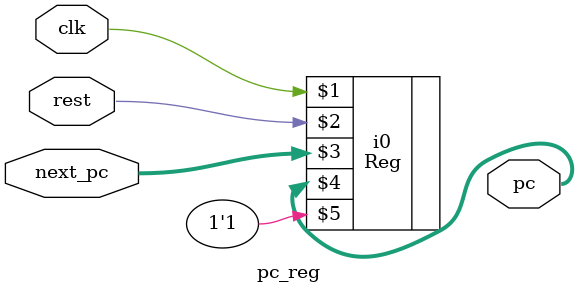
<source format=v>
module pc_reg(
    
    input wire clk,
    input wire[31:0] next_pc,
    input wire rest,

    output reg[31:0] pc
);
    
    // always @(posedge clk) begin
    // if (rest) pc <= 0;
    // else pc <= next_pc;
    // end

    Reg #(32,32'h80000000) i0 (clk,rest,next_pc[31:0],pc[31:0],1'b1);


   
    
endmodule

</source>
